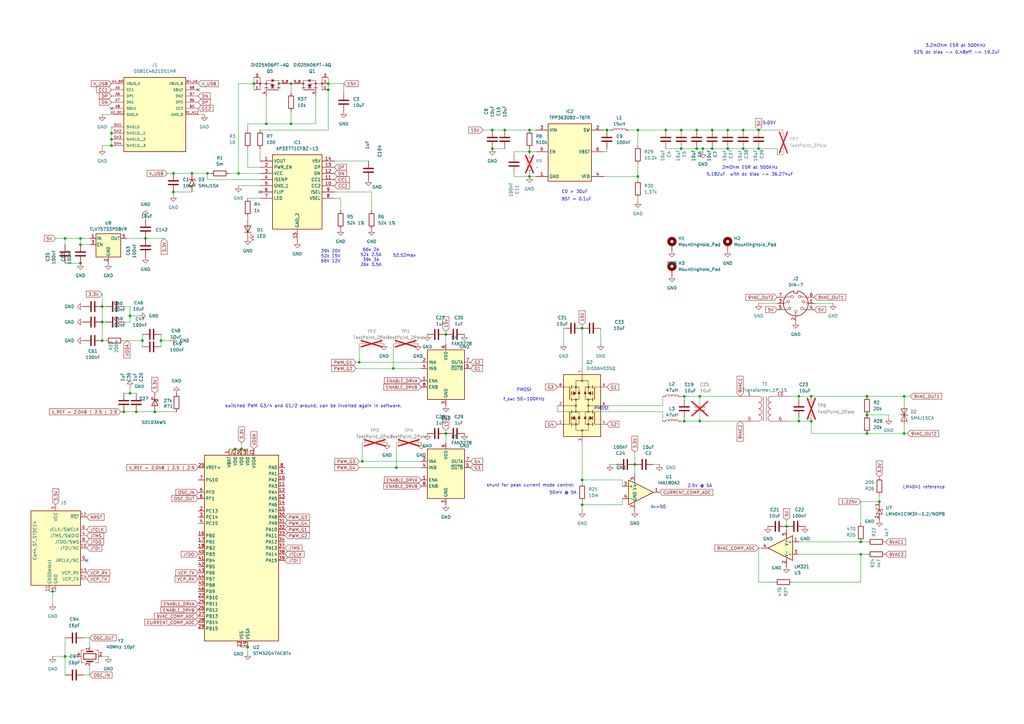
<source format=kicad_sch>
(kicad_sch
	(version 20250114)
	(generator "eeschema")
	(generator_version "9.0")
	(uuid "3c972f41-0cf6-4df5-8102-00aa652b6726")
	(paper "A3")
	
	(text "switched PWM G3/4 and G1/2 around, can be inverted again in software."
		(exclude_from_sim no)
		(at 128.524 166.624 0)
		(effects
			(font
				(size 1.27 1.27)
			)
		)
		(uuid "0e8b58b0-573b-445f-8859-03589f6b4c13")
	)
	(text "52.52max"
		(exclude_from_sim no)
		(at 165.862 104.902 0)
		(effects
			(font
				(size 1.27 1.27)
			)
		)
		(uuid "18e1bcb5-4942-4729-8a38-39d5a8855e62")
	)
	(text "f_sw: 50-100KHz"
		(exclude_from_sim no)
		(at 214.884 163.83 0)
		(effects
			(font
				(size 1.27 1.27)
			)
		)
		(uuid "234528d0-1e10-47ee-b27a-194397580f26")
	)
	(text "C0 > 30uF"
		(exclude_from_sim no)
		(at 235.712 78.74 0)
		(effects
			(font
				(size 1.27 1.27)
			)
		)
		(uuid "39862c9c-c09c-4b15-91fe-688dded6529f")
	)
	(text "2mOhm ESR at 500KHz"
		(exclude_from_sim no)
		(at 307.594 68.834 0)
		(effects
			(font
				(size 1.27 1.27)
			)
		)
		(uuid "51e1654c-827e-4684-9006-cd954eae2f25")
	)
	(text "5.05V"
		(exclude_from_sim no)
		(at 315.468 50.546 0)
		(effects
			(font
				(size 1.27 1.27)
			)
		)
		(uuid "5f160f3f-ac2d-49c9-a3fc-c31efea8403e")
	)
	(text "5.182uF  with dc bias -> 36.274uF"
		(exclude_from_sim no)
		(at 307.594 71.628 0)
		(effects
			(font
				(size 1.27 1.27)
			)
		)
		(uuid "6bb95b7d-18e2-49f0-bbc2-2313eb93db39")
	)
	(text "2.5V @ 5A"
		(exclude_from_sim no)
		(at 287.02 199.39 0)
		(effects
			(font
				(size 1.27 1.27)
			)
		)
		(uuid "806b4fdb-9869-44bf-8c9f-2be4bc2eff6b")
	)
	(text "PMOS!"
		(exclude_from_sim no)
		(at 214.884 160.02 0)
		(effects
			(font
				(size 1.27 1.27)
			)
		)
		(uuid "8133b68a-e2d1-4f5e-87f4-42ae7a9baa61")
	)
	(text "PMOS!"
		(exclude_from_sim no)
		(at 246.634 167.64 0)
		(effects
			(font
				(size 1.27 1.27)
			)
		)
		(uuid "868a4c98-cb9c-4f26-a8d9-50a8a1f8ad13")
	)
	(text "3.2mOhm ESR at 500KHz"
		(exclude_from_sim no)
		(at 391.922 18.796 0)
		(effects
			(font
				(size 1.27 1.27)
			)
		)
		(uuid "942f0fa1-95ce-4cca-b9ce-7354f8577e1d")
	)
	(text "50mV @ 5A"
		(exclude_from_sim no)
		(at 230.886 202.184 0)
		(effects
			(font
				(size 1.27 1.27)
			)
		)
		(uuid "a4b38243-0b55-47ea-8aed-e6b60c0b10eb")
	)
	(text "Av=50"
		(exclude_from_sim no)
		(at 270.002 208.026 0)
		(effects
			(font
				(size 1.27 1.27)
			)
		)
		(uuid "bfb800b4-4e34-4e00-ae5f-d2a96ac238e0")
	)
	(text "52% dc bias -> 0.48eff -> 19.2uF"
		(exclude_from_sim no)
		(at 392.43 21.59 0)
		(effects
			(font
				(size 1.27 1.27)
			)
		)
		(uuid "d935ef20-b823-44b7-bc5f-5563ac11d6f1")
	)
	(text "66k 2A\n52k 2.5A\n39k 3A\n26k 3.5A"
		(exclude_from_sim no)
		(at 152.146 105.664 0)
		(effects
			(font
				(size 1.27 1.27)
			)
		)
		(uuid "d98d8af5-838d-49b2-89e0-78828e67e804")
	)
	(text "shunt for peak current mode control"
		(exclude_from_sim no)
		(at 217.424 199.136 0)
		(effects
			(font
				(size 1.27 1.27)
			)
		)
		(uuid "dc495c54-4fb0-4df9-95a4-480faf46cf4a")
	)
	(text "39k 20V\n52k 15V\n66k 12V"
		(exclude_from_sim no)
		(at 135.636 105.156 0)
		(effects
			(font
				(size 1.27 1.27)
			)
		)
		(uuid "f762216d-93f4-4a5e-9193-004a2d5e5fc5")
	)
	(text "BST = 0.1uF"
		(exclude_from_sim no)
		(at 236.474 81.788 0)
		(effects
			(font
				(size 1.27 1.27)
			)
		)
		(uuid "fb20c05f-0576-4b1e-8b88-c03950a5fb9e")
	)
	(text "LM4041 reference"
		(exclude_from_sim no)
		(at 378.968 199.898 0)
		(effects
			(font
				(size 1.27 1.27)
			)
		)
		(uuid "fb6e896d-f28c-4020-9da6-6ec15bec82b7")
	)
	(junction
		(at 119.38 50.8)
		(diameter 0)
		(color 0 0 0 0)
		(uuid "035d23c0-ad23-4f8c-ae10-1834b4e97699")
	)
	(junction
		(at 260.35 190.5)
		(diameter 0)
		(color 0 0 0 0)
		(uuid "03722880-bef1-454d-b314-15b96251ce1b")
	)
	(junction
		(at 21.59 242.57)
		(diameter 0)
		(color 0 0 0 0)
		(uuid "0f57ed08-4432-415e-a3a9-5672bdd80cc0")
	)
	(junction
		(at 280.67 162.56)
		(diameter 0)
		(color 0 0 0 0)
		(uuid "12ecabfa-d8ef-4780-a317-6a60de8a936a")
	)
	(junction
		(at 355.6 170.18)
		(diameter 0)
		(color 0 0 0 0)
		(uuid "16b84d46-82b7-4566-a38a-75f4cfe4c41d")
	)
	(junction
		(at 78.74 71.12)
		(diameter 0)
		(color 0 0 0 0)
		(uuid "19c81a47-1a6c-4f57-ac22-d5e3fe52c58c")
	)
	(junction
		(at 41.91 132.08)
		(diameter 0)
		(color 0 0 0 0)
		(uuid "1d1d1ab6-764f-42a9-93ad-0184c2ea06f6")
	)
	(junction
		(at 134.62 34.29)
		(diameter 0)
		(color 0 0 0 0)
		(uuid "23eebac0-ac3b-49bd-8fb1-36dc643651d8")
	)
	(junction
		(at 207.01 53.34)
		(diameter 0)
		(color 0 0 0 0)
		(uuid "2c57ee55-c831-46f7-af44-25ea83eeb4d0")
	)
	(junction
		(at 370.84 177.8)
		(diameter 0)
		(color 0 0 0 0)
		(uuid "2f24861c-ef24-458d-967e-bc71a864b0df")
	)
	(junction
		(at 134.62 36.83)
		(diameter 0)
		(color 0 0 0 0)
		(uuid "39ac35b5-d776-4c12-add6-f7941598251b")
	)
	(junction
		(at 355.6 162.56)
		(diameter 0)
		(color 0 0 0 0)
		(uuid "3a24b55c-41d4-4904-9b2b-01460b82eb79")
	)
	(junction
		(at 288.29 60.96)
		(diameter 0)
		(color 0 0 0 0)
		(uuid "40430a42-5211-40e9-9c36-09a906c4edd7")
	)
	(junction
		(at 311.15 53.34)
		(diameter 0)
		(color 0 0 0 0)
		(uuid "425891c6-89ac-45e9-b510-df12f2e1d800")
	)
	(junction
		(at 238.76 207.01)
		(diameter 0)
		(color 0 0 0 0)
		(uuid "430e658b-2771-43d7-84bc-af603779c5f4")
	)
	(junction
		(at 287.02 172.72)
		(diameter 0)
		(color 0 0 0 0)
		(uuid "437fee70-c38f-4212-803c-bc215c919ee0")
	)
	(junction
		(at 55.88 168.91)
		(diameter 0)
		(color 0 0 0 0)
		(uuid "447bde10-6b12-4cba-83d9-6cd9bdf4e762")
	)
	(junction
		(at 327.66 172.72)
		(diameter 0)
		(color 0 0 0 0)
		(uuid "448697a9-4737-44ea-a731-5dcb5d6acb11")
	)
	(junction
		(at 53.34 161.29)
		(diameter 0)
		(color 0 0 0 0)
		(uuid "46834ef6-84ad-4016-90b7-127283a5a136")
	)
	(junction
		(at 353.06 227.33)
		(diameter 0)
		(color 0 0 0 0)
		(uuid "4b49f67d-5afd-48f7-ac1b-41db64b015c6")
	)
	(junction
		(at 322.58 215.9)
		(diameter 0)
		(color 0 0 0 0)
		(uuid "4bbcee71-9414-4dd4-b8fd-68dd0ad17ba6")
	)
	(junction
		(at 59.69 97.79)
		(diameter 0)
		(color 0 0 0 0)
		(uuid "4c067608-37f8-44ab-9f5a-ca05f5ebc20d")
	)
	(junction
		(at 96.52 184.15)
		(diameter 0)
		(color 0 0 0 0)
		(uuid "4dde4f2d-8f05-42d9-bc35-b4091779f89c")
	)
	(junction
		(at 50.8 168.91)
		(diameter 0)
		(color 0 0 0 0)
		(uuid "4e451d9a-88aa-4732-83a2-084f0a9550c2")
	)
	(junction
		(at 279.4 60.96)
		(diameter 0)
		(color 0 0 0 0)
		(uuid "4e5d6310-77cc-4132-bfa8-3821b55c10aa")
	)
	(junction
		(at 104.14 34.29)
		(diameter 0)
		(color 0 0 0 0)
		(uuid "4efa7227-5d01-4225-b631-502d0774e31a")
	)
	(junction
		(at 101.6 265.43)
		(diameter 0)
		(color 0 0 0 0)
		(uuid "59cf2aac-ee56-4e2b-ad9f-feedf4e50f1f")
	)
	(junction
		(at 217.17 72.39)
		(diameter 0)
		(color 0 0 0 0)
		(uuid "660be8d9-fbde-4593-adc2-d4ac456fb172")
	)
	(junction
		(at 182.88 177.8)
		(diameter 0)
		(color 0 0 0 0)
		(uuid "686738d6-263c-4cc2-af57-2f41cb6b5e96")
	)
	(junction
		(at 298.45 53.34)
		(diameter 0)
		(color 0 0 0 0)
		(uuid "69b9bd20-c8e6-4614-b015-68eea0dfcc3a")
	)
	(junction
		(at 148.59 189.23)
		(diameter 0)
		(color 0 0 0 0)
		(uuid "7547cf25-3331-46eb-b9c0-061a835ada61")
	)
	(junction
		(at 332.74 172.72)
		(diameter 0)
		(color 0 0 0 0)
		(uuid "779c0a9c-e570-417e-a20c-da746faebd73")
	)
	(junction
		(at 311.15 60.96)
		(diameter 0)
		(color 0 0 0 0)
		(uuid "79461b3b-2fd1-46b2-8505-3a8fba7111d1")
	)
	(junction
		(at 304.8 53.34)
		(diameter 0)
		(color 0 0 0 0)
		(uuid "82bd5e2c-5b27-4c7d-8e77-4a3558f8c3bc")
	)
	(junction
		(at 99.06 184.15)
		(diameter 0)
		(color 0 0 0 0)
		(uuid "8d0a07f2-4018-45ac-a679-36dec95b38a3")
	)
	(junction
		(at 273.05 53.34)
		(diameter 0)
		(color 0 0 0 0)
		(uuid "8e7702ab-d341-4571-ac3c-3edf6226b2af")
	)
	(junction
		(at 119.38 34.29)
		(diameter 0)
		(color 0 0 0 0)
		(uuid "90b25ef5-402d-4f87-9f7c-9c2c48a20c65")
	)
	(junction
		(at 41.91 139.7)
		(diameter 0)
		(color 0 0 0 0)
		(uuid "98dca95e-f53f-48cc-ad8a-e0a0c66d3acb")
	)
	(junction
		(at 248.92 53.34)
		(diameter 0)
		(color 0 0 0 0)
		(uuid "99a62664-7465-41c7-99ab-c5e091af9817")
	)
	(junction
		(at 109.22 50.8)
		(diameter 0)
		(color 0 0 0 0)
		(uuid "9baf3492-f6ff-4e00-bfbb-98363ebc4cf5")
	)
	(junction
		(at 285.75 60.96)
		(diameter 0)
		(color 0 0 0 0)
		(uuid "a0d9a766-4f84-498f-b0f9-f8505ac4e4fb")
	)
	(junction
		(at 279.4 53.34)
		(diameter 0)
		(color 0 0 0 0)
		(uuid "a1b5120c-0b25-4352-bf0d-3a74c444e699")
	)
	(junction
		(at 201.93 53.34)
		(diameter 0)
		(color 0 0 0 0)
		(uuid "a1badd01-3b21-4085-999c-fb140d7e2bc4")
	)
	(junction
		(at 45.72 57.15)
		(diameter 0)
		(color 0 0 0 0)
		(uuid "a20f672a-41b0-441f-a36c-49bd442edd52")
	)
	(junction
		(at 97.79 71.12)
		(diameter 0)
		(color 0 0 0 0)
		(uuid "a24f1ce0-6da9-45cb-8232-16013191cfbe")
	)
	(junction
		(at 261.62 53.34)
		(diameter 0)
		(color 0 0 0 0)
		(uuid "a4a10ab1-ef3e-452f-9faa-3ba50cc54d8c")
	)
	(junction
		(at 182.88 137.16)
		(diameter 0)
		(color 0 0 0 0)
		(uuid "a52e8ee6-e110-4e91-a730-eda801763dcc")
	)
	(junction
		(at 370.84 162.56)
		(diameter 0)
		(color 0 0 0 0)
		(uuid "ab135de8-ae42-4a02-b908-b0b29e2ecb47")
	)
	(junction
		(at 360.68 205.74)
		(diameter 0)
		(color 0 0 0 0)
		(uuid "ae5846b7-3edf-4c22-a343-36acb92515fd")
	)
	(junction
		(at 292.1 53.34)
		(diameter 0)
		(color 0 0 0 0)
		(uuid "b229ef49-11d8-48e3-9487-2835c6a11988")
	)
	(junction
		(at 45.72 59.69)
		(diameter 0)
		(color 0 0 0 0)
		(uuid "b3b2ceb0-a804-4660-89c8-276053d3f327")
	)
	(junction
		(at 33.02 100.33)
		(diameter 0)
		(color 0 0 0 0)
		(uuid "b3fc8180-d4c3-4854-9b33-443d5f21a5b8")
	)
	(junction
		(at 71.12 78.74)
		(diameter 0)
		(color 0 0 0 0)
		(uuid "b4187b28-45d5-4380-830b-b7080619ee64")
	)
	(junction
		(at 162.56 191.77)
		(diameter 0)
		(color 0 0 0 0)
		(uuid "b4bed920-4979-4c95-90d7-26de0c4a9974")
	)
	(junction
		(at 26.67 97.79)
		(diameter 0)
		(color 0 0 0 0)
		(uuid "b781b2d6-a895-4afd-8dfb-9fe1df7a9e7e")
	)
	(junction
		(at 287.02 162.56)
		(diameter 0)
		(color 0 0 0 0)
		(uuid "ba72b139-177c-4060-a3f6-eb10cb279832")
	)
	(junction
		(at 261.62 72.39)
		(diameter 0)
		(color 0 0 0 0)
		(uuid "babcfd71-e5b4-452c-90b1-4a4ae3e64a67")
	)
	(junction
		(at 26.67 269.24)
		(diameter 0)
		(color 0 0 0 0)
		(uuid "baf1dd0a-e36a-4b34-8020-93a3499e9ae2")
	)
	(junction
		(at 66.04 139.7)
		(diameter 0)
		(color 0 0 0 0)
		(uuid "bd464eec-7965-424c-afe4-193343d590dd")
	)
	(junction
		(at 217.17 53.34)
		(diameter 0)
		(color 0 0 0 0)
		(uuid "c421e81e-c524-48f2-be23-feeb267f1ee9")
	)
	(junction
		(at 58.42 139.7)
		(diameter 0)
		(color 0 0 0 0)
		(uuid "c4c980d0-e835-429d-b9a7-ad4b1b1960b3")
	)
	(junction
		(at 238.76 196.85)
		(diameter 0)
		(color 0 0 0 0)
		(uuid "c54bf8ea-f73b-4066-af45-96e59fd5121c")
	)
	(junction
		(at 292.1 60.96)
		(diameter 0)
		(color 0 0 0 0)
		(uuid "c5c633f9-8733-4d1e-96cb-70f558a6a5b7")
	)
	(junction
		(at 147.32 148.59)
		(diameter 0)
		(color 0 0 0 0)
		(uuid "c6173f5a-6721-4bc9-aff2-3c332520b4cd")
	)
	(junction
		(at 53.34 129.54)
		(diameter 0)
		(color 0 0 0 0)
		(uuid "c9009699-8921-4df5-9901-d6b1535b0221")
	)
	(junction
		(at 33.02 107.95)
		(diameter 0)
		(color 0 0 0 0)
		(uuid "c960621b-0d85-4761-8667-7429bf0a837c")
	)
	(junction
		(at 353.06 222.25)
		(diameter 0)
		(color 0 0 0 0)
		(uuid "cb963968-7093-4ecd-b0df-45e3c7e58b72")
	)
	(junction
		(at 332.74 162.56)
		(diameter 0)
		(color 0 0 0 0)
		(uuid "ce6d93e5-9943-4980-ad22-3cc495b0bb50")
	)
	(junction
		(at 327.66 162.56)
		(diameter 0)
		(color 0 0 0 0)
		(uuid "cfad84f8-a703-49b8-b9de-781927faa0d7")
	)
	(junction
		(at 298.45 60.96)
		(diameter 0)
		(color 0 0 0 0)
		(uuid "d5e8410c-2d0c-4a23-8f26-7cc77885cc9e")
	)
	(junction
		(at 71.12 71.12)
		(diameter 0)
		(color 0 0 0 0)
		(uuid "d95144ca-421e-42cd-8947-2c52c0d9a089")
	)
	(junction
		(at 238.76 134.62)
		(diameter 0)
		(color 0 0 0 0)
		(uuid "da245d33-fa1d-4148-9c83-7bd2bf9176ed")
	)
	(junction
		(at 201.93 60.96)
		(diameter 0)
		(color 0 0 0 0)
		(uuid "da864505-be2b-4611-85a0-6ab34dbe874a")
	)
	(junction
		(at 280.67 172.72)
		(diameter 0)
		(color 0 0 0 0)
		(uuid "dae54668-d2ac-43ed-979a-712aa9c0200d")
	)
	(junction
		(at 285.75 53.34)
		(diameter 0)
		(color 0 0 0 0)
		(uuid "dbd43649-9713-4a89-ad92-9b89637c7944")
	)
	(junction
		(at 45.72 54.61)
		(diameter 0)
		(color 0 0 0 0)
		(uuid "dda0f77d-1fc8-4c3c-8b60-ad9e2c30de79")
	)
	(junction
		(at 33.02 97.79)
		(diameter 0)
		(color 0 0 0 0)
		(uuid "dec2d450-c4d4-4a7e-b7d4-d457d015959b")
	)
	(junction
		(at 304.8 60.96)
		(diameter 0)
		(color 0 0 0 0)
		(uuid "e2087509-e685-4f50-bb68-ef7d1201b605")
	)
	(junction
		(at 63.5 168.91)
		(diameter 0)
		(color 0 0 0 0)
		(uuid "e235faec-6dca-4529-811b-654a13c5487d")
	)
	(junction
		(at 161.29 151.13)
		(diameter 0)
		(color 0 0 0 0)
		(uuid "eab2d6a9-1bc3-450d-b83a-3a4c5c6be614")
	)
	(junction
		(at 41.91 125.73)
		(diameter 0)
		(color 0 0 0 0)
		(uuid "ed1f93df-0488-4b4c-81e6-fd274be5c5e5")
	)
	(junction
		(at 217.17 62.23)
		(diameter 0)
		(color 0 0 0 0)
		(uuid "f4e6196c-323d-43fb-9cec-02b47074cdfa")
	)
	(junction
		(at 85.09 71.12)
		(diameter 0)
		(color 0 0 0 0)
		(uuid "fcb45f81-78a4-4b0f-938b-0a8effd429c2")
	)
	(junction
		(at 355.6 177.8)
		(diameter 0)
		(color 0 0 0 0)
		(uuid "ffa710d9-ea4d-40b2-a998-71a781d6df34")
	)
	(no_connect
		(at 35.56 229.87)
		(uuid "6eb24b60-2160-407a-abf0-228fa53b905f")
	)
	(no_connect
		(at 81.28 36.83)
		(uuid "a0dd31af-2bb8-4b09-9320-df59e89635d5")
	)
	(no_connect
		(at 106.68 78.74)
		(uuid "b67b68a5-047f-4c81-b975-ae4a6ee895d4")
	)
	(no_connect
		(at 45.72 44.45)
		(uuid "befb5081-9840-4f4f-8320-868555d91052")
	)
	(wire
		(pts
			(xy 146.05 148.59) (xy 147.32 148.59)
		)
		(stroke
			(width 0)
			(type default)
		)
		(uuid "05446da5-6aa8-4c7f-ac2a-3c60a1ef50b1")
	)
	(wire
		(pts
			(xy 271.78 166.37) (xy 271.78 162.56)
		)
		(stroke
			(width 0)
			(type default)
		)
		(uuid "05babd3e-108b-4f6c-9036-e0609b1abf04")
	)
	(wire
		(pts
			(xy 246.38 134.62) (xy 246.38 140.97)
		)
		(stroke
			(width 0)
			(type default)
		)
		(uuid "05e52c13-4fbb-40bf-bd77-0cf2ca6c531b")
	)
	(wire
		(pts
			(xy 279.4 162.56) (xy 280.67 162.56)
		)
		(stroke
			(width 0)
			(type default)
		)
		(uuid "0d4ed506-56dc-4198-a8b7-557a36e4a007")
	)
	(wire
		(pts
			(xy 353.06 238.76) (xy 353.06 227.33)
		)
		(stroke
			(width 0)
			(type default)
		)
		(uuid "0d75c7ff-dd83-4cf8-bf21-d6b74bf01b87")
	)
	(wire
		(pts
			(xy 162.56 191.77) (xy 172.72 191.77)
		)
		(stroke
			(width 0)
			(type default)
		)
		(uuid "0d91c39c-2f98-4de3-b1e6-5c6ca3db6130")
	)
	(wire
		(pts
			(xy 109.22 50.8) (xy 119.38 50.8)
		)
		(stroke
			(width 0)
			(type default)
		)
		(uuid "110c79b8-f077-45d8-8acd-555bcdb25eea")
	)
	(wire
		(pts
			(xy 101.6 53.34) (xy 101.6 50.8)
		)
		(stroke
			(width 0)
			(type default)
		)
		(uuid "11183ea6-bb9b-4ba5-8730-1752ce5ed817")
	)
	(wire
		(pts
			(xy 148.59 189.23) (xy 172.72 189.23)
		)
		(stroke
			(width 0)
			(type default)
		)
		(uuid "13d7fb4e-66df-4043-bc50-aa1c9684cef7")
	)
	(wire
		(pts
			(xy 41.91 46.99) (xy 45.72 46.99)
		)
		(stroke
			(width 0)
			(type default)
		)
		(uuid "14728dd0-b0ee-4fba-8eb8-d89f901ab49c")
	)
	(wire
		(pts
			(xy 355.6 170.18) (xy 364.49 170.18)
		)
		(stroke
			(width 0)
			(type default)
		)
		(uuid "14de9336-966d-417e-ab3b-395b0e707e35")
	)
	(wire
		(pts
			(xy 119.38 45.72) (xy 119.38 50.8)
		)
		(stroke
			(width 0)
			(type default)
		)
		(uuid "159ad255-0f5e-4596-bcef-52feb951c9c0")
	)
	(wire
		(pts
			(xy 41.91 132.08) (xy 41.91 139.7)
		)
		(stroke
			(width 0)
			(type default)
		)
		(uuid "15bb2db6-ebc2-42c0-a83d-4f2cacb0dcda")
	)
	(wire
		(pts
			(xy 182.88 135.89) (xy 182.88 137.16)
		)
		(stroke
			(width 0)
			(type default)
		)
		(uuid "161157e8-f0a3-4667-9084-09734d850cc0")
	)
	(wire
		(pts
			(xy 201.93 60.96) (xy 207.01 60.96)
		)
		(stroke
			(width 0)
			(type default)
		)
		(uuid "16f3a8f2-d5ef-410c-8860-ec5b835f58fe")
	)
	(wire
		(pts
			(xy 353.06 205.74) (xy 353.06 214.63)
		)
		(stroke
			(width 0)
			(type default)
		)
		(uuid "179fdb5c-89e9-4bed-bc07-533f4717ef95")
	)
	(wire
		(pts
			(xy 238.76 134.62) (xy 238.76 151.13)
		)
		(stroke
			(width 0)
			(type default)
		)
		(uuid "18f68d82-13b3-4b29-8e4b-47e0cb762ca9")
	)
	(wire
		(pts
			(xy 119.38 34.29) (xy 119.38 38.1)
		)
		(stroke
			(width 0)
			(type default)
		)
		(uuid "190d5523-d15a-4a16-955d-a22f20e2a2d7")
	)
	(wire
		(pts
			(xy 97.79 34.29) (xy 97.79 71.12)
		)
		(stroke
			(width 0)
			(type default)
		)
		(uuid "1a673e07-e46a-461c-9222-d8be826da6ea")
	)
	(wire
		(pts
			(xy 210.82 63.5) (xy 210.82 62.23)
		)
		(stroke
			(width 0)
			(type default)
		)
		(uuid "1ac04d22-c8ef-410c-b1c2-c68dc526e6df")
	)
	(wire
		(pts
			(xy 280.67 162.56) (xy 280.67 163.83)
		)
		(stroke
			(width 0)
			(type default)
		)
		(uuid "1d01092a-833a-408b-962b-a5061fc06af1")
	)
	(wire
		(pts
			(xy 323.85 162.56) (xy 327.66 162.56)
		)
		(stroke
			(width 0)
			(type default)
		)
		(uuid "1d6c11e1-5056-4f23-96e3-dad1044f39a0")
	)
	(wire
		(pts
			(xy 96.52 184.15) (xy 93.98 184.15)
		)
		(stroke
			(width 0)
			(type default)
		)
		(uuid "1dd7436d-aa36-4d78-ac08-87c9bceadf8d")
	)
	(wire
		(pts
			(xy 327.66 222.25) (xy 353.06 222.25)
		)
		(stroke
			(width 0)
			(type default)
		)
		(uuid "1e9f00ab-1d28-433c-8c75-17bd95acc098")
	)
	(wire
		(pts
			(xy 66.04 139.7) (xy 69.85 139.7)
		)
		(stroke
			(width 0)
			(type default)
		)
		(uuid "1f8f6781-b0d9-4366-9290-a1d8cc1e47fd")
	)
	(wire
		(pts
			(xy 370.84 173.99) (xy 370.84 177.8)
		)
		(stroke
			(width 0)
			(type default)
		)
		(uuid "1f9394db-e46f-44a3-bd36-1dd3ba8a323d")
	)
	(wire
		(pts
			(xy 49.53 168.91) (xy 50.8 168.91)
		)
		(stroke
			(width 0)
			(type default)
		)
		(uuid "1fe82f60-84bc-4689-a0fb-6b45783591d2")
	)
	(wire
		(pts
			(xy 370.84 162.56) (xy 373.38 162.56)
		)
		(stroke
			(width 0)
			(type default)
		)
		(uuid "20b3c9a8-dc2d-4a43-bd21-77d9d26a4dd2")
	)
	(wire
		(pts
			(xy 311.15 238.76) (xy 317.5 238.76)
		)
		(stroke
			(width 0)
			(type default)
		)
		(uuid "21c86f3f-9513-42ac-b72c-1c636cebcc7a")
	)
	(wire
		(pts
			(xy 33.02 97.79) (xy 36.83 97.79)
		)
		(stroke
			(width 0)
			(type default)
		)
		(uuid "21f12306-a8fd-4c89-bcd8-7858b3ec6544")
	)
	(wire
		(pts
			(xy 292.1 53.34) (xy 298.45 53.34)
		)
		(stroke
			(width 0)
			(type default)
		)
		(uuid "245efbff-ae45-41b7-89ca-449ded9d29f1")
	)
	(wire
		(pts
			(xy 261.62 82.55) (xy 261.62 81.28)
		)
		(stroke
			(width 0)
			(type default)
		)
		(uuid "269cc68d-b4b8-49c4-82eb-88cbf3ba238f")
	)
	(wire
		(pts
			(xy 50.8 132.08) (xy 53.34 132.08)
		)
		(stroke
			(width 0)
			(type default)
		)
		(uuid "273c0758-793e-4ca5-a285-026cccfd791c")
	)
	(wire
		(pts
			(xy 311.15 53.34) (xy 321.31 53.34)
		)
		(stroke
			(width 0)
			(type default)
		)
		(uuid "27a10e10-ee17-461b-984d-8eeb7e12f176")
	)
	(wire
		(pts
			(xy 53.34 129.54) (xy 53.34 125.73)
		)
		(stroke
			(width 0)
			(type default)
		)
		(uuid "285ef9fb-673d-4f25-888d-9d010c49d13d")
	)
	(wire
		(pts
			(xy 148.59 181.61) (xy 148.59 189.23)
		)
		(stroke
			(width 0)
			(type default)
		)
		(uuid "2af301b0-7a1c-4118-ab47-4f1c494da249")
	)
	(wire
		(pts
			(xy 217.17 60.96) (xy 217.17 62.23)
		)
		(stroke
			(width 0)
			(type default)
		)
		(uuid "2d3b3d94-37fb-4f4a-b572-5e4b9665685a")
	)
	(wire
		(pts
			(xy 288.29 60.96) (xy 288.29 62.23)
		)
		(stroke
			(width 0)
			(type default)
		)
		(uuid "2ed70c1d-31e4-4cd7-abf2-2c5a8c05d91a")
	)
	(wire
		(pts
			(xy 161.29 140.97) (xy 161.29 151.13)
		)
		(stroke
			(width 0)
			(type default)
		)
		(uuid "2f22510e-6c23-4189-bf3d-e8f4dd209de3")
	)
	(wire
		(pts
			(xy 36.83 276.86) (xy 34.29 276.86)
		)
		(stroke
			(width 0)
			(type default)
		)
		(uuid "2f4367f0-0f53-4309-abf1-7b5219bd4fd8")
	)
	(wire
		(pts
			(xy 106.68 73.66) (xy 85.09 73.66)
		)
		(stroke
			(width 0)
			(type default)
		)
		(uuid "2f9095be-5378-4b4d-b47c-dafc25d431ce")
	)
	(wire
		(pts
			(xy 106.68 60.96) (xy 106.68 66.04)
		)
		(stroke
			(width 0)
			(type default)
		)
		(uuid "309978db-4acb-41c4-9b83-cfebd738bee2")
	)
	(wire
		(pts
			(xy 21.59 242.57) (xy 21.59 247.65)
		)
		(stroke
			(width 0)
			(type default)
		)
		(uuid "3653ece6-269d-49a6-b101-19555ce0fbf3")
	)
	(wire
		(pts
			(xy 355.6 162.56) (xy 370.84 162.56)
		)
		(stroke
			(width 0)
			(type default)
		)
		(uuid "365d31d9-2bde-4c68-bb66-e06e70797400")
	)
	(wire
		(pts
			(xy 85.09 73.66) (xy 85.09 71.12)
		)
		(stroke
			(width 0)
			(type default)
		)
		(uuid "380b46d3-90a5-4b76-aa8d-760262b35119")
	)
	(wire
		(pts
			(xy 68.58 71.12) (xy 71.12 71.12)
		)
		(stroke
			(width 0)
			(type default)
		)
		(uuid "391de27f-e6d5-4929-8067-d8722fe6a6ca")
	)
	(wire
		(pts
			(xy 66.04 137.16) (xy 66.04 139.7)
		)
		(stroke
			(width 0)
			(type default)
		)
		(uuid "3b0e183c-3122-4603-a6c7-ef8ea0c02d2d")
	)
	(wire
		(pts
			(xy 353.06 205.74) (xy 360.68 205.74)
		)
		(stroke
			(width 0)
			(type default)
		)
		(uuid "3c26f7d6-4f1f-44cd-9623-87edb058aaba")
	)
	(wire
		(pts
			(xy 327.66 162.56) (xy 332.74 162.56)
		)
		(stroke
			(width 0)
			(type default)
		)
		(uuid "3cfef8c0-5d98-4179-a63d-738200d24946")
	)
	(wire
		(pts
			(xy 59.69 90.17) (xy 59.69 88.9)
		)
		(stroke
			(width 0)
			(type default)
		)
		(uuid "3d1d1861-938b-4e9f-942e-f52d82b90f99")
	)
	(wire
		(pts
			(xy 26.67 269.24) (xy 31.75 269.24)
		)
		(stroke
			(width 0)
			(type default)
		)
		(uuid "3df8e84b-97ab-4d1d-bb6a-8fdaecc4f983")
	)
	(wire
		(pts
			(xy 292.1 60.96) (xy 298.45 60.96)
		)
		(stroke
			(width 0)
			(type default)
		)
		(uuid "3e104683-6826-4423-b704-495c1e90b955")
	)
	(wire
		(pts
			(xy 137.16 66.04) (xy 151.13 66.04)
		)
		(stroke
			(width 0)
			(type default)
		)
		(uuid "3fb0f07e-0bd7-4748-ba77-4e3374a4eee6")
	)
	(wire
		(pts
			(xy 327.66 162.56) (xy 327.66 163.83)
		)
		(stroke
			(width 0)
			(type default)
		)
		(uuid "409037cd-10be-45ac-8a6a-e8d2e8a4a00d")
	)
	(wire
		(pts
			(xy 152.4 78.74) (xy 152.4 86.36)
		)
		(stroke
			(width 0)
			(type default)
		)
		(uuid "42b426a9-3a61-462b-b8a7-e63a2a3529cd")
	)
	(wire
		(pts
			(xy 231.14 134.62) (xy 231.14 140.97)
		)
		(stroke
			(width 0)
			(type default)
		)
		(uuid "42f85a7b-7694-4275-86a1-699b6978a475")
	)
	(wire
		(pts
			(xy 260.35 190.5) (xy 260.35 194.31)
		)
		(stroke
			(width 0)
			(type default)
		)
		(uuid "435f8fea-8c3d-4699-adb6-5f3e90ae0f01")
	)
	(wire
		(pts
			(xy 273.05 60.96) (xy 279.4 60.96)
		)
		(stroke
			(width 0)
			(type default)
		)
		(uuid "43c3d6e6-5bc5-4417-aae5-c091e276e617")
	)
	(wire
		(pts
			(xy 101.6 68.58) (xy 101.6 60.96)
		)
		(stroke
			(width 0)
			(type default)
		)
		(uuid "43def9df-c0fc-4bd0-9846-26f0277d2288")
	)
	(wire
		(pts
			(xy 238.76 198.12) (xy 238.76 196.85)
		)
		(stroke
			(width 0)
			(type default)
		)
		(uuid "44b9a11f-d33c-48d7-9e99-fe0422aae235")
	)
	(wire
		(pts
			(xy 53.34 125.73) (xy 50.8 125.73)
		)
		(stroke
			(width 0)
			(type default)
		)
		(uuid "47cffc84-7629-4f37-b6dd-a646430480cb")
	)
	(wire
		(pts
			(xy 285.75 60.96) (xy 288.29 60.96)
		)
		(stroke
			(width 0)
			(type default)
		)
		(uuid "487e1bd6-7d8c-4dbd-85e4-14e8c00b748f")
	)
	(wire
		(pts
			(xy 287.02 172.72) (xy 303.53 172.72)
		)
		(stroke
			(width 0)
			(type default)
		)
		(uuid "48f7bf94-60b9-4d93-8eda-e822c9748462")
	)
	(wire
		(pts
			(xy 45.72 59.69) (xy 41.91 59.69)
		)
		(stroke
			(width 0)
			(type default)
		)
		(uuid "4b606363-9721-4cf7-a941-be0edd785f91")
	)
	(wire
		(pts
			(xy 332.74 177.8) (xy 332.74 172.72)
		)
		(stroke
			(width 0)
			(type default)
		)
		(uuid "4b720ebf-ab32-4b06-8dcf-a827248916d5")
	)
	(wire
		(pts
			(xy 101.6 88.9) (xy 101.6 90.17)
		)
		(stroke
			(width 0)
			(type default)
		)
		(uuid "4c0a5d3a-83f0-43e7-986d-ce571106ba15")
	)
	(wire
		(pts
			(xy 58.42 139.7) (xy 58.42 137.16)
		)
		(stroke
			(width 0)
			(type default)
		)
		(uuid "4c7a196c-7485-4913-a900-49784e56b6ab")
	)
	(wire
		(pts
			(xy 20.32 242.57) (xy 21.59 242.57)
		)
		(stroke
			(width 0)
			(type default)
		)
		(uuid "4ffa2fd2-4089-4d63-b4e4-139ad86d6b1c")
	)
	(wire
		(pts
			(xy 134.62 34.29) (xy 140.97 34.29)
		)
		(stroke
			(width 0)
			(type default)
		)
		(uuid "516f06d2-7d16-4eb3-abb7-32ce6408ec07")
	)
	(wire
		(pts
			(xy 71.12 71.12) (xy 78.74 71.12)
		)
		(stroke
			(width 0)
			(type default)
		)
		(uuid "52f44a92-512a-49d7-8387-0e030f3bae79")
	)
	(wire
		(pts
			(xy 182.88 137.16) (xy 182.88 140.97)
		)
		(stroke
			(width 0)
			(type default)
		)
		(uuid "5358b258-12c3-4258-b05b-58b611a4f7d2")
	)
	(wire
		(pts
			(xy 41.91 125.73) (xy 43.18 125.73)
		)
		(stroke
			(width 0)
			(type default)
		)
		(uuid "54c88f64-01a3-4202-9d6a-087e499688d3")
	)
	(wire
		(pts
			(xy 129.54 39.37) (xy 129.54 50.8)
		)
		(stroke
			(width 0)
			(type default)
		)
		(uuid "56e2e5da-5973-49e3-aa5f-e13ed5c34f9c")
	)
	(wire
		(pts
			(xy 271.78 172.72) (xy 271.78 168.91)
		)
		(stroke
			(width 0)
			(type default)
		)
		(uuid "57922330-19cc-46bc-bc65-9fd5bf9bf016")
	)
	(wire
		(pts
			(xy 137.16 78.74) (xy 152.4 78.74)
		)
		(stroke
			(width 0)
			(type default)
		)
		(uuid "583f600d-b4fa-43ce-8aa9-96e49bb229eb")
	)
	(wire
		(pts
			(xy 101.6 50.8) (xy 109.22 50.8)
		)
		(stroke
			(width 0)
			(type default)
		)
		(uuid "59ceb8a6-1daa-4541-90ff-20c6752b10be")
	)
	(wire
		(pts
			(xy 304.8 60.96) (xy 311.15 60.96)
		)
		(stroke
			(width 0)
			(type default)
		)
		(uuid "5a809a2a-3cc3-4e23-b87b-a3ed72338c0d")
	)
	(wire
		(pts
			(xy 210.82 71.12) (xy 210.82 72.39)
		)
		(stroke
			(width 0)
			(type default)
		)
		(uuid "5b589f95-6dd6-4598-9b90-6558533dc4d1")
	)
	(wire
		(pts
			(xy 248.92 166.37) (xy 271.78 166.37)
		)
		(stroke
			(width 0)
			(type default)
		)
		(uuid "5b7abd61-051f-4f69-92ee-0f7392c4489f")
	)
	(wire
		(pts
			(xy 250.19 190.5) (xy 252.73 190.5)
		)
		(stroke
			(width 0)
			(type default)
		)
		(uuid "5f2e953b-e784-4f89-a9f9-41a26a5c5eaa")
	)
	(wire
		(pts
			(xy 280.67 172.72) (xy 287.02 172.72)
		)
		(stroke
			(width 0)
			(type default)
		)
		(uuid "6059cc56-0607-42c2-a857-a87568155779")
	)
	(wire
		(pts
			(xy 33.02 100.33) (xy 36.83 100.33)
		)
		(stroke
			(width 0)
			(type default)
		)
		(uuid "617de3ac-a32c-42d4-82e7-e35d6ad53ba3")
	)
	(wire
		(pts
			(xy 99.06 184.15) (xy 96.52 184.15)
		)
		(stroke
			(width 0)
			(type default)
		)
		(uuid "63317604-84d8-4889-af90-831f52c81e59")
	)
	(wire
		(pts
			(xy 370.84 162.56) (xy 370.84 166.37)
		)
		(stroke
			(width 0)
			(type default)
		)
		(uuid "633e60b1-fea2-4055-9a0b-3465c196f8f0")
	)
	(wire
		(pts
			(xy 279.4 60.96) (xy 285.75 60.96)
		)
		(stroke
			(width 0)
			(type default)
		)
		(uuid "65121dd7-3668-4c7a-af70-3c4f7a483608")
	)
	(wire
		(pts
			(xy 318.77 63.5) (xy 318.77 60.96)
		)
		(stroke
			(width 0)
			(type default)
		)
		(uuid "65d079ec-2d46-4a28-ab2d-6d6cae73a124")
	)
	(wire
		(pts
			(xy 360.68 203.2) (xy 360.68 205.74)
		)
		(stroke
			(width 0)
			(type default)
		)
		(uuid "665963d2-4d02-4ee5-b452-31b1191c28cb")
	)
	(wire
		(pts
			(xy 323.85 172.72) (xy 327.66 172.72)
		)
		(stroke
			(width 0)
			(type default)
		)
		(uuid "678dcae1-c3a9-4c2d-b9b7-28fcaeaa289d")
	)
	(wire
		(pts
			(xy 134.62 53.34) (xy 134.62 36.83)
		)
		(stroke
			(width 0)
			(type default)
		)
		(uuid "68def574-da39-4d78-94c9-dabc8c3aabe9")
	)
	(wire
		(pts
			(xy 106.68 53.34) (xy 134.62 53.34)
		)
		(stroke
			(width 0)
			(type default)
		)
		(uuid "692be308-6b68-4705-acce-e022e648d347")
	)
	(wire
		(pts
			(xy 255.27 196.85) (xy 255.27 199.39)
		)
		(stroke
			(width 0)
			(type default)
		)
		(uuid "6adfb438-bfe3-4217-b989-76cfacfafc20")
	)
	(wire
		(pts
			(xy 280.67 162.56) (xy 287.02 162.56)
		)
		(stroke
			(width 0)
			(type default)
		)
		(uuid "6cbf915d-36b9-41de-ba96-94eb8fed6a96")
	)
	(wire
		(pts
			(xy 63.5 168.91) (xy 55.88 168.91)
		)
		(stroke
			(width 0)
			(type default)
		)
		(uuid "6e1d0b65-2147-40a7-ac62-ce0bc8d6ebf4")
	)
	(wire
		(pts
			(xy 83.82 46.99) (xy 81.28 46.99)
		)
		(stroke
			(width 0)
			(type default)
		)
		(uuid "6edd58bb-69da-4d51-b714-cbc4bb70498d")
	)
	(wire
		(pts
			(xy 318.77 60.96) (xy 311.15 60.96)
		)
		(stroke
			(width 0)
			(type default)
		)
		(uuid "6ee202f1-a05d-4c66-a94c-9def6095e2b8")
	)
	(wire
		(pts
			(xy 41.91 59.69) (xy 41.91 60.96)
		)
		(stroke
			(width 0)
			(type default)
		)
		(uuid "718d1832-c990-418e-8b6e-0b86aa284f22")
	)
	(wire
		(pts
			(xy 311.15 238.76) (xy 311.15 224.79)
		)
		(stroke
			(width 0)
			(type default)
		)
		(uuid "71c64c4f-ff22-449a-98fd-8780c0a4d18a")
	)
	(wire
		(pts
			(xy 45.72 57.15) (xy 45.72 59.69)
		)
		(stroke
			(width 0)
			(type default)
		)
		(uuid "73fa565e-45cc-4154-9a7d-2e624c839a86")
	)
	(wire
		(pts
			(xy 311.15 224.79) (xy 312.42 224.79)
		)
		(stroke
			(width 0)
			(type default)
		)
		(uuid "7413dd55-2d7e-4516-8c24-61cc71763307")
	)
	(wire
		(pts
			(xy 248.92 60.96) (xy 248.92 62.23)
		)
		(stroke
			(width 0)
			(type default)
		)
		(uuid "753269bd-533c-4de7-a2d7-ed2af958e6ce")
	)
	(wire
		(pts
			(xy 238.76 207.01) (xy 255.27 207.01)
		)
		(stroke
			(width 0)
			(type default)
		)
		(uuid "75dc482e-4309-4390-874f-79dcaead30bd")
	)
	(wire
		(pts
			(xy 238.76 196.85) (xy 255.27 196.85)
		)
		(stroke
			(width 0)
			(type default)
		)
		(uuid "77096e99-d99c-4130-b46d-949156a115df")
	)
	(wire
		(pts
			(xy 53.34 158.75) (xy 53.34 161.29)
		)
		(stroke
			(width 0)
			(type default)
		)
		(uuid "7844a93c-f22d-4138-9024-73f44cd49f18")
	)
	(wire
		(pts
			(xy 322.58 213.36) (xy 322.58 215.9)
		)
		(stroke
			(width 0)
			(type default)
		)
		(uuid "78a5d0c4-5c80-4ee7-b13b-56a181468e52")
	)
	(wire
		(pts
			(xy 238.76 133.35) (xy 238.76 134.62)
		)
		(stroke
			(width 0)
			(type default)
		)
		(uuid "78ca85cc-6c58-42a5-9929-d74b31717963")
	)
	(wire
		(pts
			(xy 50.8 139.7) (xy 58.42 139.7)
		)
		(stroke
			(width 0)
			(type default)
		)
		(uuid "7a551672-6c95-4028-847f-a53bb00d8918")
	)
	(wire
		(pts
			(xy 71.12 80.01) (xy 71.12 78.74)
		)
		(stroke
			(width 0)
			(type default)
		)
		(uuid "7a9cf3c3-4aca-40de-9d77-a402ac3a1182")
	)
	(wire
		(pts
			(xy 288.29 60.96) (xy 292.1 60.96)
		)
		(stroke
			(width 0)
			(type default)
		)
		(uuid "7b1168b0-2474-4376-8595-9b0b6cc53d7d")
	)
	(wire
		(pts
			(xy 104.14 31.75) (xy 104.14 34.29)
		)
		(stroke
			(width 0)
			(type default)
		)
		(uuid "7b3d96f2-1478-41ab-840a-6f9f3fbfd41a")
	)
	(wire
		(pts
			(xy 287.02 162.56) (xy 287.02 163.83)
		)
		(stroke
			(width 0)
			(type default)
		)
		(uuid "7c030e12-f402-4cef-9273-1eea131a2630")
	)
	(wire
		(pts
			(xy 33.02 97.79) (xy 33.02 100.33)
		)
		(stroke
			(width 0)
			(type default)
		)
		(uuid "7c2ecb9f-862e-49fb-92bf-00f55e8fcaf2")
	)
	(wire
		(pts
			(xy 198.12 53.34) (xy 201.93 53.34)
		)
		(stroke
			(width 0)
			(type default)
		)
		(uuid "7c9d6a46-ec9d-4e01-a370-a71573e76268")
	)
	(wire
		(pts
			(xy 53.34 132.08) (xy 53.34 129.54)
		)
		(stroke
			(width 0)
			(type default)
		)
		(uuid "7d7862ca-3db5-4b23-b311-364aa9890bba")
	)
	(wire
		(pts
			(xy 238.76 181.61) (xy 238.76 196.85)
		)
		(stroke
			(width 0)
			(type default)
		)
		(uuid "7e330f21-4b39-4f74-847d-1a1d2a123c66")
	)
	(wire
		(pts
			(xy 273.05 53.34) (xy 279.4 53.34)
		)
		(stroke
			(width 0)
			(type default)
		)
		(uuid "7ed1d8da-40a4-4a63-abcf-850b6cb56b48")
	)
	(wire
		(pts
			(xy 247.65 72.39) (xy 261.62 72.39)
		)
		(stroke
			(width 0)
			(type default)
		)
		(uuid "804e396d-ee8a-4261-b0dd-d47827a535a9")
	)
	(wire
		(pts
			(xy 134.62 34.29) (xy 134.62 36.83)
		)
		(stroke
			(width 0)
			(type default)
		)
		(uuid "8152108a-0818-4a6e-94bd-13e12bc43a8a")
	)
	(wire
		(pts
			(xy 364.49 171.45) (xy 364.49 170.18)
		)
		(stroke
			(width 0)
			(type default)
		)
		(uuid "82b47de7-8885-4ec2-9832-b5f6da8b65d3")
	)
	(wire
		(pts
			(xy 99.06 181.61) (xy 99.06 184.15)
		)
		(stroke
			(width 0)
			(type default)
		)
		(uuid "8348e5ca-03b8-4e05-9360-81303fbe0810")
	)
	(wire
		(pts
			(xy 147.32 140.97) (xy 147.32 148.59)
		)
		(stroke
			(width 0)
			(type default)
		)
		(uuid "84ded0fc-8700-407a-8f79-a17501f8df80")
	)
	(wire
		(pts
			(xy 59.69 97.79) (xy 52.07 97.79)
		)
		(stroke
			(width 0)
			(type default)
		)
		(uuid "84fdbbc0-d6c0-4b90-99da-9ab795eef83b")
	)
	(wire
		(pts
			(xy 41.91 120.65) (xy 41.91 125.73)
		)
		(stroke
			(width 0)
			(type default)
		)
		(uuid "8a966390-4b90-4545-8f22-b7b72aedd8e6")
	)
	(wire
		(pts
			(xy 53.34 161.29) (xy 50.8 161.29)
		)
		(stroke
			(width 0)
			(type default)
		)
		(uuid "8bf0019e-1ce6-4f0a-900e-6573eba74309")
	)
	(wire
		(pts
			(xy 182.88 177.8) (xy 182.88 181.61)
		)
		(stroke
			(width 0)
			(type default)
		)
		(uuid "8c25ef2c-6da5-4255-8008-16229188f772")
	)
	(wire
		(pts
			(xy 217.17 72.39) (xy 219.71 72.39)
		)
		(stroke
			(width 0)
			(type default)
		)
		(uuid "8c42b630-225e-4a61-a10d-0b76f2017e64")
	)
	(wire
		(pts
			(xy 217.17 53.34) (xy 219.71 53.34)
		)
		(stroke
			(width 0)
			(type default)
		)
		(uuid "8c650baa-fe39-46e7-9634-d26f4c6db28f")
	)
	(wire
		(pts
			(xy 261.62 53.34) (xy 273.05 53.34)
		)
		(stroke
			(width 0)
			(type default)
		)
		(uuid "8d8abf0e-0f78-4dfe-9f2a-eb0101823a52")
	)
	(wire
		(pts
			(xy 287.02 171.45) (xy 287.02 172.72)
		)
		(stroke
			(width 0)
			(type default)
		)
		(uuid "8e7190b3-04a0-4fe4-ba9d-766d311da7c1")
	)
	(wire
		(pts
			(xy 104.14 34.29) (xy 104.14 36.83)
		)
		(stroke
			(width 0)
			(type default)
		)
		(uuid "8f14cee0-444f-4924-92d7-448dd89beafe")
	)
	(wire
		(pts
			(xy 217.17 62.23) (xy 217.17 63.5)
		)
		(stroke
			(width 0)
			(type default)
		)
		(uuid "8f2ac4e1-6a2c-4020-890b-b4a12323ff08")
	)
	(wire
		(pts
			(xy 332.74 162.56) (xy 355.6 162.56)
		)
		(stroke
			(width 0)
			(type default)
		)
		(uuid "8f7125c7-49fe-4579-bdbf-ae51709d451e")
	)
	(wire
		(pts
			(xy 146.05 151.13) (xy 161.29 151.13)
		)
		(stroke
			(width 0)
			(type default)
		)
		(uuid "905527ad-9a2d-4996-ad5f-0ad2124f5a2d")
	)
	(wire
		(pts
			(xy 36.83 261.62) (xy 34.29 261.62)
		)
		(stroke
			(width 0)
			(type default)
		)
		(uuid "914ad7ba-5fca-459f-ad25-a12e34a57b36")
	)
	(wire
		(pts
			(xy 287.02 162.56) (xy 303.53 162.56)
		)
		(stroke
			(width 0)
			(type default)
		)
		(uuid "9273d432-068b-40dd-9fef-b9e39ed0941a")
	)
	(wire
		(pts
			(xy 41.91 132.08) (xy 43.18 132.08)
		)
		(stroke
			(width 0)
			(type default)
		)
		(uuid "92a34b5c-63c0-4e2a-98ac-ff8e722102f0")
	)
	(wire
		(pts
			(xy 139.7 81.28) (xy 139.7 86.36)
		)
		(stroke
			(width 0)
			(type default)
		)
		(uuid "9359e7c0-de67-46c4-ab96-ff3a1f7e204c")
	)
	(wire
		(pts
			(xy 217.17 62.23) (xy 219.71 62.23)
		)
		(stroke
			(width 0)
			(type default)
		)
		(uuid "9647fb0f-4947-48b3-acf5-56804e2ec748")
	)
	(wire
		(pts
			(xy 325.12 238.76) (xy 353.06 238.76)
		)
		(stroke
			(width 0)
			(type default)
		)
		(uuid "96c9a80b-b362-4c30-a3f8-ef72611ef99d")
	)
	(wire
		(pts
			(xy 162.56 181.61) (xy 162.56 191.77)
		)
		(stroke
			(width 0)
			(type default)
		)
		(uuid "974408cf-b0c8-4b76-ae60-6f72f1db9a1d")
	)
	(wire
		(pts
			(xy 134.62 31.75) (xy 134.62 34.29)
		)
		(stroke
			(width 0)
			(type default)
		)
		(uuid "978b3560-ecf7-45bf-a17c-d1abfb6c590a")
	)
	(wire
		(pts
			(xy 161.29 151.13) (xy 172.72 151.13)
		)
		(stroke
			(width 0)
			(type default)
		)
		(uuid "99dfb76a-8163-41be-a987-361b024fdc86")
	)
	(wire
		(pts
			(xy 353.06 227.33) (xy 355.6 227.33)
		)
		(stroke
			(width 0)
			(type default)
		)
		(uuid "9aa93002-9ca7-4874-be8f-d90e588317ca")
	)
	(wire
		(pts
			(xy 66.04 139.7) (xy 66.04 142.24)
		)
		(stroke
			(width 0)
			(type default)
		)
		(uuid "9ac306ec-2078-40ee-a3e3-2f36e0116173")
	)
	(wire
		(pts
			(xy 41.91 269.24) (xy 44.45 269.24)
		)
		(stroke
			(width 0)
			(type default)
		)
		(uuid "9c20504a-4362-4816-bd68-e0f7e3d3256e")
	)
	(wire
		(pts
			(xy 43.18 139.7) (xy 41.91 139.7)
		)
		(stroke
			(width 0)
			(type default)
		)
		(uuid "9d1b6eda-d8e3-4450-89f5-b9b2d1e727d4")
	)
	(wire
		(pts
			(xy 247.65 53.34) (xy 248.92 53.34)
		)
		(stroke
			(width 0)
			(type default)
		)
		(uuid "9db2fe80-f627-4ea7-9353-2420474bb8db")
	)
	(wire
		(pts
			(xy 99.06 265.43) (xy 101.6 265.43)
		)
		(stroke
			(width 0)
			(type default)
		)
		(uuid "9f184ea5-dbed-4661-a9bd-2a691aad7a80")
	)
	(wire
		(pts
			(xy 97.79 71.12) (xy 106.68 71.12)
		)
		(stroke
			(width 0)
			(type default)
		)
		(uuid "a048a5ba-5913-445d-8c33-2450f52da74f")
	)
	(wire
		(pts
			(xy 327.66 172.72) (xy 332.74 172.72)
		)
		(stroke
			(width 0)
			(type default)
		)
		(uuid "a156c318-5105-4687-b681-95483aa65499")
	)
	(wire
		(pts
			(xy 285.75 53.34) (xy 292.1 53.34)
		)
		(stroke
			(width 0)
			(type default)
		)
		(uuid "a2449a89-a8f3-481a-b9de-59aa0d17ee45")
	)
	(wire
		(pts
			(xy 22.86 97.79) (xy 26.67 97.79)
		)
		(stroke
			(width 0)
			(type default)
		)
		(uuid "a5fd40ba-39b4-4ff5-9628-b6c14adc2faf")
	)
	(wire
		(pts
			(xy 217.17 71.12) (xy 217.17 72.39)
		)
		(stroke
			(width 0)
			(type default)
		)
		(uuid "a673719c-90ed-4b42-9788-e3a950e511ea")
	)
	(wire
		(pts
			(xy 36.83 265.43) (xy 36.83 261.62)
		)
		(stroke
			(width 0)
			(type default)
		)
		(uuid "aa9105c5-c5a9-4fc4-837b-8e86113c81ad")
	)
	(wire
		(pts
			(xy 334.01 124.46) (xy 341.63 124.46)
		)
		(stroke
			(width 0)
			(type default)
		)
		(uuid "aacdd408-2d0e-46dd-977a-28eedd3c4d6a")
	)
	(wire
		(pts
			(xy 57.15 129.54) (xy 53.34 129.54)
		)
		(stroke
			(width 0)
			(type default)
		)
		(uuid "b0543185-d357-4d5e-a6cb-c6f1851d2adc")
	)
	(wire
		(pts
			(xy 93.98 71.12) (xy 97.79 71.12)
		)
		(stroke
			(width 0)
			(type default)
		)
		(uuid "b0b9d538-4b9d-465e-9558-7f3b2445ff02")
	)
	(wire
		(pts
			(xy 311.15 124.46) (xy 318.77 124.46)
		)
		(stroke
			(width 0)
			(type default)
		)
		(uuid "b4a5f177-4508-4019-9c00-823040e5fe10")
	)
	(wire
		(pts
			(xy 332.74 177.8) (xy 355.6 177.8)
		)
		(stroke
			(width 0)
			(type default)
		)
		(uuid "b90901f6-a4f7-4e56-a5ee-21f6feadf5fe")
	)
	(wire
		(pts
			(xy 353.06 222.25) (xy 355.6 222.25)
		)
		(stroke
			(width 0)
			(type default)
		)
		(uuid "b94904e6-3549-4c60-98fe-9400e102af04")
	)
	(wire
		(pts
			(xy 85.09 71.12) (xy 86.36 71.12)
		)
		(stroke
			(width 0)
			(type default)
		)
		(uuid "ba177a6b-4343-4c21-8d87-65dc90fc6dc1")
	)
	(wire
		(pts
			(xy 109.22 39.37) (xy 109.22 50.8)
		)
		(stroke
			(width 0)
			(type default)
		)
		(uuid "bb6547cb-fdf7-4581-83f5-649feaa3661b")
	)
	(wire
		(pts
			(xy 26.67 269.24) (xy 26.67 276.86)
		)
		(stroke
			(width 0)
			(type default)
		)
		(uuid "bb685ad2-68b9-4705-bc18-90f9023197a1")
	)
	(wire
		(pts
			(xy 279.4 172.72) (xy 280.67 172.72)
		)
		(stroke
			(width 0)
			(type default)
		)
		(uuid "bc7e83de-cfdc-4f5a-b4ec-605f65306328")
	)
	(wire
		(pts
			(xy 298.45 53.34) (xy 304.8 53.34)
		)
		(stroke
			(width 0)
			(type default)
		)
		(uuid "c13d38f3-411c-4c82-b668-5b41246b99e8")
	)
	(wire
		(pts
			(xy 322.58 215.9) (xy 322.58 217.17)
		)
		(stroke
			(width 0)
			(type default)
		)
		(uuid "c1b7a06d-bf8a-43d1-a170-895d8acb73f3")
	)
	(wire
		(pts
			(xy 55.88 161.29) (xy 53.34 161.29)
		)
		(stroke
			(width 0)
			(type default)
		)
		(uuid "c2ac432a-c125-437a-bd35-c90f05896e4d")
	)
	(wire
		(pts
			(xy 45.72 52.07) (xy 45.72 54.61)
		)
		(stroke
			(width 0)
			(type default)
		)
		(uuid "c56f1767-337f-4433-842c-3773663993c5")
	)
	(wire
		(pts
			(xy 137.16 81.28) (xy 139.7 81.28)
		)
		(stroke
			(width 0)
			(type default)
		)
		(uuid "c62bb9b5-da27-427e-b4c2-b35e357d386e")
	)
	(wire
		(pts
			(xy 78.74 71.12) (xy 85.09 71.12)
		)
		(stroke
			(width 0)
			(type default)
		)
		(uuid "c6746a31-61d0-4f61-a684-69de0f32180d")
	)
	(wire
		(pts
			(xy 260.35 185.42) (xy 260.35 190.5)
		)
		(stroke
			(width 0)
			(type default)
		)
		(uuid "c7bb3de6-079f-4088-b159-474d52c18383")
	)
	(wire
		(pts
			(xy 201.93 53.34) (xy 207.01 53.34)
		)
		(stroke
			(width 0)
			(type default)
		)
		(uuid "c92bd369-fe7b-41f3-bd4a-5900f5741739")
	)
	(wire
		(pts
			(xy 261.62 53.34) (xy 257.81 53.34)
		)
		(stroke
			(width 0)
			(type default)
		)
		(uuid "c9761b67-ad7b-4bfe-b56c-efcd57f05c0f")
	)
	(wire
		(pts
			(xy 210.82 72.39) (xy 217.17 72.39)
		)
		(stroke
			(width 0)
			(type default)
		)
		(uuid "ca40592c-84a2-4b8e-be5a-b10ad15485c3")
	)
	(wire
		(pts
			(xy 304.8 53.34) (xy 311.15 53.34)
		)
		(stroke
			(width 0)
			(type default)
		)
		(uuid "ca668028-ce2b-4e16-a73f-74e9a0c70a00")
	)
	(wire
		(pts
			(xy 21.59 242.57) (xy 22.86 242.57)
		)
		(stroke
			(width 0)
			(type default)
		)
		(uuid "cb4df33a-b2d1-489e-b17b-f7cf7fc65a69")
	)
	(wire
		(pts
			(xy 101.6 81.28) (xy 106.68 81.28)
		)
		(stroke
			(width 0)
			(type default)
		)
		(uuid "cffc6d63-f65f-42fa-8884-e5ee270c7150")
	)
	(wire
		(pts
			(xy 67.31 97.79) (xy 59.69 97.79)
		)
		(stroke
			(width 0)
			(type default)
		)
		(uuid "d17a97fe-8eec-4ce4-984d-5eccc58e068c")
	)
	(wire
		(pts
			(xy 50.8 168.91) (xy 55.88 168.91)
		)
		(stroke
			(width 0)
			(type default)
		)
		(uuid "d1fdf685-a079-4822-b4bd-4a5423ce1105")
	)
	(wire
		(pts
			(xy 97.79 76.2) (xy 106.68 76.2)
		)
		(stroke
			(width 0)
			(type default)
		)
		(uuid "d3cb49fa-24f9-4b5e-9f91-606513ca69dc")
	)
	(wire
		(pts
			(xy 271.78 168.91) (xy 228.6 168.91)
		)
		(stroke
			(width 0)
			(type default)
		)
		(uuid "d64c14fe-9975-4f64-a833-67a984018938")
	)
	(wire
		(pts
			(xy 280.67 171.45) (xy 280.67 172.72)
		)
		(stroke
			(width 0)
			(type default)
		)
		(uuid "d6de3756-fa38-4287-946c-0e2d05b7f0c9")
	)
	(wire
		(pts
			(xy 279.4 53.34) (xy 285.75 53.34)
		)
		(stroke
			(width 0)
			(type default)
		)
		(uuid "d909becc-7666-4bb6-861a-a21afe02cf83")
	)
	(wire
		(pts
			(xy 101.6 184.15) (xy 99.06 184.15)
		)
		(stroke
			(width 0)
			(type default)
		)
		(uuid "da336d1e-f6aa-45e8-87ad-1b9aaac42123")
	)
	(wire
		(pts
			(xy 238.76 209.55) (xy 238.76 207.01)
		)
		(stroke
			(width 0)
			(type default)
		)
		(uuid "dacf4aa9-e45e-42b0-9d91-ff669ed0c6cb")
	)
	(wire
		(pts
			(xy 106.68 68.58) (xy 101.6 68.58)
		)
		(stroke
			(width 0)
			(type default)
		)
		(uuid "dcc8833d-cdf2-4c05-bba9-0af96d0d2e84")
	)
	(wire
		(pts
			(xy 119.38 50.8) (xy 129.54 50.8)
		)
		(stroke
			(width 0)
			(type default)
		)
		(uuid "dd693d80-0f3e-4969-b7e4-2a88d8705e30")
	)
	(wire
		(pts
			(xy 26.67 261.62) (xy 26.67 269.24)
		)
		(stroke
			(width 0)
			(type default)
		)
		(uuid "ddf27f11-837c-4ea0-939e-afeb4eec9079")
	)
	(wire
		(pts
			(xy 147.32 191.77) (xy 162.56 191.77)
		)
		(stroke
			(width 0)
			(type default)
		)
		(uuid "de3275b7-1d11-4c06-b802-211d730aff05")
	)
	(wire
		(pts
			(xy 140.97 34.29) (xy 140.97 38.1)
		)
		(stroke
			(width 0)
			(type default)
		)
		(uuid "e2a395e1-96e9-4ccc-a133-9feffe4ad12e")
	)
	(wire
		(pts
			(xy 255.27 207.01) (xy 255.27 204.47)
		)
		(stroke
			(width 0)
			(type default)
		)
		(uuid "e4ce82c8-fba9-41a9-aad4-6026b70b874b")
	)
	(wire
		(pts
			(xy 58.42 139.7) (xy 58.42 142.24)
		)
		(stroke
			(width 0)
			(type default)
		)
		(uuid "e5a2f7c3-4b73-463f-bef6-b19a9957d698")
	)
	(wire
		(pts
			(xy 238.76 205.74) (xy 238.76 207.01)
		)
		(stroke
			(width 0)
			(type default)
		)
		(uuid "e78a0761-9b15-4360-8ebe-5b0e5e0cede4")
	)
	(wire
		(pts
			(xy 104.14 34.29) (xy 97.79 34.29)
		)
		(stroke
			(width 0)
			(type default)
		)
		(uuid "e7d08474-ffdc-4677-b384-37dadab4aa5c")
	)
	(wire
		(pts
			(xy 26.67 97.79) (xy 33.02 97.79)
		)
		(stroke
			(width 0)
			(type default)
		)
		(uuid "e81b1c08-ff15-441b-aef7-a66f25362d55")
	)
	(wire
		(pts
			(xy 147.32 189.23) (xy 148.59 189.23)
		)
		(stroke
			(width 0)
			(type default)
		)
		(uuid "e84047e1-e3f8-4817-9756-cd38c4269b7f")
	)
	(wire
		(pts
			(xy 210.82 62.23) (xy 217.17 62.23)
		)
		(stroke
			(width 0)
			(type default)
		)
		(uuid "e862b9c8-d8dd-4354-8ffe-32a78d448213")
	)
	(wire
		(pts
			(xy 71.12 78.74) (xy 78.74 78.74)
		)
		(stroke
			(width 0)
			(type default)
		)
		(uuid "e95b7da6-b309-442c-9b0e-1f9242e30753")
	)
	(wire
		(pts
			(xy 147.32 148.59) (xy 172.72 148.59)
		)
		(stroke
			(width 0)
			(type default)
		)
		(uuid "e9e22e5c-deb3-4097-85b0-50ad1f201ecd")
	)
	(wire
		(pts
			(xy 327.66 171.45) (xy 327.66 172.72)
		)
		(stroke
			(width 0)
			(type default)
		)
		(uuid "ec0463d1-10b4-47ba-afb7-f1653bf449f5")
	)
	(wire
		(pts
			(xy 298.45 60.96) (xy 304.8 60.96)
		)
		(stroke
			(width 0)
			(type default)
		)
		(uuid "ed158753-c09d-41f4-838d-d5547770a286")
	)
	(wire
		(pts
			(xy 36.83 273.05) (xy 36.83 276.86)
		)
		(stroke
			(width 0)
			(type default)
		)
		(uuid "ed1dd9b8-e079-4955-887f-c376cc7de9b3")
	)
	(wire
		(pts
			(xy 370.84 177.8) (xy 372.11 177.8)
		)
		(stroke
			(width 0)
			(type default)
		)
		(uuid "ed4fff9d-9789-490d-9cf9-da1a3335e53e")
	)
	(wire
		(pts
			(xy 321.31 63.5) (xy 318.77 63.5)
		)
		(stroke
			(width 0)
			(type default)
		)
		(uuid "edad6ba7-8c47-4b3a-b6a7-df9d16f9e096")
	)
	(wire
		(pts
			(xy 207.01 53.34) (xy 217.17 53.34)
		)
		(stroke
			(width 0)
			(type default)
		)
		(uuid "ef0e077b-eba3-4d14-a249-a3e7ae6df377")
	)
	(wire
		(pts
			(xy 248.92 62.23) (xy 247.65 62.23)
		)
		(stroke
			(width 0)
			(type default)
		)
		(uuid "efb9409b-8b62-482f-bcf9-fdc38d7b3f88")
	)
	(wire
		(pts
			(xy 261.62 67.31) (xy 261.62 72.39)
		)
		(stroke
			(width 0)
			(type default)
		)
		(uuid "eff8454b-56e7-439e-ac85-684e8d8e4440")
	)
	(wire
		(pts
			(xy 248.92 53.34) (xy 250.19 53.34)
		)
		(stroke
			(width 0)
			(type default)
		)
		(uuid "f0cf4b45-2aa5-40b7-a46f-6bb489c30405")
	)
	(wire
		(pts
			(xy 261.62 73.66) (xy 261.62 72.39)
		)
		(stroke
			(width 0)
			(type default)
		)
		(uuid "f16d05a0-a1d5-46e1-8f98-ac061f3de834")
	)
	(wire
		(pts
			(xy 72.39 168.91) (xy 63.5 168.91)
		)
		(stroke
			(width 0)
			(type default)
		)
		(uuid "f1ccc34f-0717-4b3a-869a-af3b8efbf42d")
	)
	(wire
		(pts
			(xy 21.59 269.24) (xy 26.67 269.24)
		)
		(stroke
			(width 0)
			(type default)
		)
		(uuid "f22f9976-f9f5-4ffc-b2cf-5c0c2f403af6")
	)
	(wire
		(pts
			(xy 101.6 267.97) (xy 101.6 265.43)
		)
		(stroke
			(width 0)
			(type default)
		)
		(uuid "f3a50714-cd17-4d24-be80-d690bf588168")
	)
	(wire
		(pts
			(xy 45.72 54.61) (xy 45.72 57.15)
		)
		(stroke
			(width 0)
			(type default)
		)
		(uuid "f4c21bbb-1648-4414-bf5b-38209a9c70cf")
	)
	(wire
		(pts
			(xy 26.67 107.95) (xy 33.02 107.95)
		)
		(stroke
			(width 0)
			(type default)
		)
		(uuid "f59d023d-dac4-4fca-bb28-73e550dbb8b1")
	)
	(wire
		(pts
			(xy 355.6 177.8) (xy 370.84 177.8)
		)
		(stroke
			(width 0)
			(type default)
		)
		(uuid "f6d00e8d-b777-49f8-b4ca-dfc029123f3d")
	)
	(wire
		(pts
			(xy 41.91 125.73) (xy 41.91 132.08)
		)
		(stroke
			(width 0)
			(type default)
		)
		(uuid "f7f34884-832c-45e4-a206-3e2098232be8")
	)
	(wire
		(pts
			(xy 327.66 227.33) (xy 353.06 227.33)
		)
		(stroke
			(width 0)
			(type default)
		)
		(uuid "fb139796-d550-44eb-83f7-471d156d04b7")
	)
	(wire
		(pts
			(xy 26.67 97.79) (xy 26.67 100.33)
		)
		(stroke
			(width 0)
			(type default)
		)
		(uuid "fbdad19e-4216-45cb-97a1-a89a0b15130d")
	)
	(wire
		(pts
			(xy 182.88 176.53) (xy 182.88 177.8)
		)
		(stroke
			(width 0)
			(type default)
		)
		(uuid "fc88051d-919b-4d68-ad2e-8a91e6ec28f1")
	)
	(wire
		(pts
			(xy 270.51 190.5) (xy 267.97 190.5)
		)
		(stroke
			(width 0)
			(type default)
		)
		(uuid "fc89d4d2-b9bc-49e1-ae52-9be06eaffa23")
	)
	(wire
		(pts
			(xy 261.62 59.69) (xy 261.62 53.34)
		)
		(stroke
			(width 0)
			(type default)
		)
		(uuid "fcfd4b8a-e467-41d2-a6e5-44c383d5bc3a")
	)
	(wire
		(pts
			(xy 228.6 168.91) (xy 228.6 166.37)
		)
		(stroke
			(width 0)
			(type default)
		)
		(uuid "fee6e92b-6c4d-4168-80a6-b2dddb67e7e8")
	)
	(global_label "DN"
		(shape input)
		(at 81.28 39.37 0)
		(fields_autoplaced yes)
		(effects
			(font
				(size 1.27 1.27)
			)
			(justify left)
		)
		(uuid "052b70a9-6509-4126-8928-045718b602de")
		(property "Intersheetrefs" "${INTERSHEET_REFS}"
			(at 86.8657 39.37 0)
			(effects
				(font
					(size 1.27 1.27)
				)
				(justify left)
				(hide yes)
			)
		)
	)
	(global_label "15V"
		(shape input)
		(at 182.88 176.53 90)
		(fields_autoplaced yes)
		(effects
			(font
				(size 1.27 1.27)
			)
			(justify left)
		)
		(uuid "062c8345-8ccb-4cad-8e95-d00298a822ff")
		(property "Intersheetrefs" "${INTERSHEET_REFS}"
			(at 182.88 170.0372 90)
			(effects
				(font
					(size 1.27 1.27)
				)
				(justify left)
				(hide yes)
			)
		)
	)
	(global_label "JTMS"
		(shape input)
		(at 35.56 219.71 0)
		(fields_autoplaced yes)
		(effects
			(font
				(size 1.27 1.27)
			)
			(justify left)
		)
		(uuid "0827adec-72ba-413d-af79-6b7dfca77ca5")
		(property "Intersheetrefs" "${INTERSHEET_REFS}"
			(at 43.1413 219.71 0)
			(effects
				(font
					(size 1.27 1.27)
				)
				(justify left)
				(hide yes)
			)
		)
	)
	(global_label "ENABLE_DRVB"
		(shape input)
		(at 172.72 158.75 180)
		(fields_autoplaced yes)
		(effects
			(font
				(size 1.27 1.27)
			)
			(justify right)
		)
		(uuid "0b2da689-cff2-4319-84f3-1855f838e9ac")
		(property "Intersheetrefs" "${INTERSHEET_REFS}"
			(at 156.8534 158.75 0)
			(effects
				(font
					(size 1.27 1.27)
				)
				(justify right)
				(hide yes)
			)
		)
	)
	(global_label "G1"
		(shape input)
		(at 193.04 151.13 0)
		(fields_autoplaced yes)
		(effects
			(font
				(size 1.27 1.27)
			)
			(justify left)
		)
		(uuid "0b5c6b46-1c6b-4a67-aee6-71c805ae5c0d")
		(property "Intersheetrefs" "${INTERSHEET_REFS}"
			(at 198.5047 151.13 0)
			(effects
				(font
					(size 1.27 1.27)
				)
				(justify left)
				(hide yes)
			)
		)
	)
	(global_label "JTDI"
		(shape input)
		(at 116.84 229.87 0)
		(fields_autoplaced yes)
		(effects
			(font
				(size 1.27 1.27)
			)
			(justify left)
		)
		(uuid "0b944950-7dd1-4f54-9cb9-618c5d9ec3ea")
		(property "Intersheetrefs" "${INTERSHEET_REFS}"
			(at 123.6352 229.87 0)
			(effects
				(font
					(size 1.27 1.27)
				)
				(justify left)
				(hide yes)
			)
		)
	)
	(global_label "ENABLE_DRVA"
		(shape input)
		(at 172.72 196.85 180)
		(fields_autoplaced yes)
		(effects
			(font
				(size 1.27 1.27)
			)
			(justify right)
		)
		(uuid "131ebbbd-c20e-46bb-b668-ec42bb183aed")
		(property "Intersheetrefs" "${INTERSHEET_REFS}"
			(at 157.0348 196.85 0)
			(effects
				(font
					(size 1.27 1.27)
				)
				(justify right)
				(hide yes)
			)
		)
	)
	(global_label "JTDI"
		(shape input)
		(at 35.56 224.79 0)
		(fields_autoplaced yes)
		(effects
			(font
				(size 1.27 1.27)
			)
			(justify left)
		)
		(uuid "13a952c5-c172-43b8-9313-9bc084cc763d")
		(property "Intersheetrefs" "${INTERSHEET_REFS}"
			(at 42.3552 224.79 0)
			(effects
				(font
					(size 1.27 1.27)
				)
				(justify left)
				(hide yes)
			)
		)
	)
	(global_label "CC2"
		(shape input)
		(at 137.16 76.2 0)
		(fields_autoplaced yes)
		(effects
			(font
				(size 1.27 1.27)
			)
			(justify left)
		)
		(uuid "15db7c3f-9a02-4b4f-8201-45a1d8a664f3")
		(property "Intersheetrefs" "${INTERSHEET_REFS}"
			(at 143.8947 76.2 0)
			(effects
				(font
					(size 1.27 1.27)
				)
				(justify left)
				(hide yes)
			)
		)
	)
	(global_label "DN"
		(shape input)
		(at 45.72 41.91 180)
		(fields_autoplaced yes)
		(effects
			(font
				(size 1.27 1.27)
			)
			(justify right)
		)
		(uuid "19db94c9-fbf0-4608-8e85-72b0ca540501")
		(property "Intersheetrefs" "${INTERSHEET_REFS}"
			(at 40.1343 41.91 0)
			(effects
				(font
					(size 1.27 1.27)
				)
				(justify right)
				(hide yes)
			)
		)
	)
	(global_label "ENABLE_DRVB"
		(shape input)
		(at 172.72 199.39 180)
		(fields_autoplaced yes)
		(effects
			(font
				(size 1.27 1.27)
			)
			(justify right)
		)
		(uuid "1cc51a6c-1a95-49a2-a0a5-8c3c666831e6")
		(property "Intersheetrefs" "${INTERSHEET_REFS}"
			(at 156.8534 199.39 0)
			(effects
				(font
					(size 1.27 1.27)
				)
				(justify right)
				(hide yes)
			)
		)
	)
	(global_label "G3"
		(shape input)
		(at 228.6 158.75 180)
		(fields_autoplaced yes)
		(effects
			(font
				(size 1.27 1.27)
			)
			(justify right)
		)
		(uuid "1d710c22-b043-40d3-b205-850fd493a4b3")
		(property "Intersheetrefs" "${INTERSHEET_REFS}"
			(at 223.1353 158.75 0)
			(effects
				(font
					(size 1.27 1.27)
				)
				(justify right)
				(hide yes)
			)
		)
	)
	(global_label "ENABLE_DRVA"
		(shape input)
		(at 172.72 156.21 180)
		(fields_autoplaced yes)
		(effects
			(font
				(size 1.27 1.27)
			)
			(justify right)
		)
		(uuid "1f35705f-6fd7-4fc8-9222-f8b02b25ebf0")
		(property "Intersheetrefs" "${INTERSHEET_REFS}"
			(at 157.0348 156.21 0)
			(effects
				(font
					(size 1.27 1.27)
				)
				(justify right)
				(hide yes)
			)
		)
	)
	(global_label "JTCLK"
		(shape input)
		(at 35.56 217.17 0)
		(fields_autoplaced yes)
		(effects
			(font
				(size 1.27 1.27)
			)
			(justify left)
		)
		(uuid "21cb6ee6-ed3a-4f3e-a1c5-757ca28ba88b")
		(property "Intersheetrefs" "${INTERSHEET_REFS}"
			(at 44.0485 217.17 0)
			(effects
				(font
					(size 1.27 1.27)
				)
				(justify left)
				(hide yes)
			)
		)
	)
	(global_label "5V"
		(shape input)
		(at 318.77 127 180)
		(fields_autoplaced yes)
		(effects
			(font
				(size 1.27 1.27)
			)
			(justify right)
		)
		(uuid "220d0b40-6732-4620-b8ee-469daf12505e")
		(property "Intersheetrefs" "${INTERSHEET_REFS}"
			(at 313.4867 127 0)
			(effects
				(font
					(size 1.27 1.27)
				)
				(justify right)
				(hide yes)
			)
		)
	)
	(global_label "9VAC2"
		(shape input)
		(at 363.22 227.33 0)
		(fields_autoplaced yes)
		(effects
			(font
				(size 1.27 1.27)
			)
			(justify left)
		)
		(uuid "22ce175c-d4ac-4b4e-bb9e-fff5a503a798")
		(property "Intersheetrefs" "${INTERSHEET_REFS}"
			(at 372.0714 227.33 0)
			(effects
				(font
					(size 1.27 1.27)
				)
				(justify left)
				(hide yes)
			)
		)
	)
	(global_label "V_REF = 2.048 | 2.5 | 2.9"
		(shape input)
		(at 81.28 191.77 180)
		(fields_autoplaced yes)
		(effects
			(font
				(size 1.27 1.27)
			)
			(justify right)
		)
		(uuid "22f6129e-22ec-4e58-ab52-d10334e9d30f")
		(property "Intersheetrefs" "${INTERSHEET_REFS}"
			(at 51.4436 191.77 0)
			(effects
				(font
					(size 1.27 1.27)
				)
				(justify right)
				(hide yes)
			)
		)
	)
	(global_label "5V"
		(shape input)
		(at 334.01 127 0)
		(fields_autoplaced yes)
		(effects
			(font
				(size 1.27 1.27)
			)
			(justify left)
		)
		(uuid "257830d6-d6ea-4457-9b89-5cb5eb51a302")
		(property "Intersheetrefs" "${INTERSHEET_REFS}"
			(at 339.2933 127 0)
			(effects
				(font
					(size 1.27 1.27)
				)
				(justify left)
				(hide yes)
			)
		)
	)
	(global_label "VCP_TX"
		(shape input)
		(at 81.28 234.95 180)
		(fields_autoplaced yes)
		(effects
			(font
				(size 1.27 1.27)
			)
			(justify right)
		)
		(uuid "259195bd-806b-4d2f-919f-2f05d5bc4983")
		(property "Intersheetrefs" "${INTERSHEET_REFS}"
			(at 71.5215 234.95 0)
			(effects
				(font
					(size 1.27 1.27)
				)
				(justify right)
				(hide yes)
			)
		)
	)
	(global_label "CC2"
		(shape input)
		(at 81.28 44.45 0)
		(fields_autoplaced yes)
		(effects
			(font
				(size 1.27 1.27)
			)
			(justify left)
		)
		(uuid "28d040ba-2e96-43c9-a04b-d7938755b1e5")
		(property "Intersheetrefs" "${INTERSHEET_REFS}"
			(at 88.0147 44.45 0)
			(effects
				(font
					(size 1.27 1.27)
				)
				(justify left)
				(hide yes)
			)
		)
	)
	(global_label "9VAC_OUT2"
		(shape input)
		(at 372.11 177.8 0)
		(fields_autoplaced yes)
		(effects
			(font
				(size 1.27 1.27)
			)
			(justify left)
		)
		(uuid "2ed3c908-c40d-444b-bf67-fc361bf03b41")
		(property "Intersheetrefs" "${INTERSHEET_REFS}"
			(at 385.5576 177.8 0)
			(effects
				(font
					(size 1.27 1.27)
				)
				(justify left)
				(hide yes)
			)
		)
	)
	(global_label "3.3V"
		(shape input)
		(at 99.06 181.61 90)
		(fields_autoplaced yes)
		(effects
			(font
				(size 1.27 1.27)
			)
			(justify left)
		)
		(uuid "316d4b0a-c578-43b9-acbb-b93e1682b9df")
		(property "Intersheetrefs" "${INTERSHEET_REFS}"
			(at 99.06 174.5124 90)
			(effects
				(font
					(size 1.27 1.27)
				)
				(justify left)
				(hide yes)
			)
		)
	)
	(global_label "PWM_G2"
		(shape input)
		(at 116.84 219.71 0)
		(fields_autoplaced yes)
		(effects
			(font
				(size 1.27 1.27)
			)
			(justify left)
		)
		(uuid "350ef866-079d-495b-84ab-540ffed10400")
		(property "Intersheetrefs" "${INTERSHEET_REFS}"
			(at 127.4451 219.71 0)
			(effects
				(font
					(size 1.27 1.27)
				)
				(justify left)
				(hide yes)
			)
		)
	)
	(global_label "15V"
		(shape input)
		(at 182.88 135.89 90)
		(fields_autoplaced yes)
		(effects
			(font
				(size 1.27 1.27)
			)
			(justify left)
		)
		(uuid "39f19e6f-c688-4e43-94c5-afa762e871de")
		(property "Intersheetrefs" "${INTERSHEET_REFS}"
			(at 182.88 129.3972 90)
			(effects
				(font
					(size 1.27 1.27)
				)
				(justify left)
				(hide yes)
			)
		)
	)
	(global_label "JTDO"
		(shape input)
		(at 81.28 227.33 180)
		(fields_autoplaced yes)
		(effects
			(font
				(size 1.27 1.27)
			)
			(justify right)
		)
		(uuid "42b323db-21a4-45fe-befa-3a5f0529ad03")
		(property "Intersheetrefs" "${INTERSHEET_REFS}"
			(at 73.7591 227.33 0)
			(effects
				(font
					(size 1.27 1.27)
				)
				(justify right)
				(hide yes)
			)
		)
	)
	(global_label "15V"
		(shape input)
		(at 198.12 53.34 180)
		(fields_autoplaced yes)
		(effects
			(font
				(size 1.27 1.27)
			)
			(justify right)
		)
		(uuid "47cab344-c795-4b37-b912-b3723c7a3699")
		(property "Intersheetrefs" "${INTERSHEET_REFS}"
			(at 191.6272 53.34 0)
			(effects
				(font
					(size 1.27 1.27)
				)
				(justify right)
				(hide yes)
			)
		)
	)
	(global_label "DP"
		(shape input)
		(at 45.72 39.37 180)
		(fields_autoplaced yes)
		(effects
			(font
				(size 1.27 1.27)
			)
			(justify right)
		)
		(uuid "4f2c0dec-5bb0-4aa4-b064-bd833f63426e")
		(property "Intersheetrefs" "${INTERSHEET_REFS}"
			(at 40.1948 39.37 0)
			(effects
				(font
					(size 1.27 1.27)
				)
				(justify right)
				(hide yes)
			)
		)
	)
	(global_label "5V"
		(shape input)
		(at 22.86 97.79 180)
		(fields_autoplaced yes)
		(effects
			(font
				(size 1.27 1.27)
			)
			(justify right)
		)
		(uuid "513d44f3-810c-4c18-ad22-5de2070e2a33")
		(property "Intersheetrefs" "${INTERSHEET_REFS}"
			(at 17.5767 97.79 0)
			(effects
				(font
					(size 1.27 1.27)
				)
				(justify right)
				(hide yes)
			)
		)
	)
	(global_label "9VAC_OUT2"
		(shape input)
		(at 318.77 121.92 180)
		(fields_autoplaced yes)
		(effects
			(font
				(size 1.27 1.27)
			)
			(justify right)
		)
		(uuid "575254fe-58ae-4bda-b5bc-730c61f20d9b")
		(property "Intersheetrefs" "${INTERSHEET_REFS}"
			(at 305.3224 121.92 0)
			(effects
				(font
					(size 1.27 1.27)
				)
				(justify right)
				(hide yes)
			)
		)
	)
	(global_label "9VAC1"
		(shape input)
		(at 363.22 222.25 0)
		(fields_autoplaced yes)
		(effects
			(font
				(size 1.27 1.27)
			)
			(justify left)
		)
		(uuid "5aab374b-1524-4d74-889f-a42ad2357a9c")
		(property "Intersheetrefs" "${INTERSHEET_REFS}"
			(at 372.0714 222.25 0)
			(effects
				(font
					(size 1.27 1.27)
				)
				(justify left)
				(hide yes)
			)
		)
	)
	(global_label "PWM_G4"
		(shape input)
		(at 147.32 191.77 180)
		(fields_autoplaced yes)
		(effects
			(font
				(size 1.27 1.27)
			)
			(justify right)
		)
		(uuid "5e4e1f44-d2ed-440a-9419-b4e195972522")
		(property "Intersheetrefs" "${INTERSHEET_REFS}"
			(at 136.7149 191.77 0)
			(effects
				(font
					(size 1.27 1.27)
				)
				(justify right)
				(hide yes)
			)
		)
	)
	(global_label "ENABLE_DRVB"
		(shape input)
		(at 81.28 250.19 180)
		(fields_autoplaced yes)
		(effects
			(font
				(size 1.27 1.27)
			)
			(justify right)
		)
		(uuid "618aeb64-a3aa-4d30-89e1-faaa1c0c22f2")
		(property "Intersheetrefs" "${INTERSHEET_REFS}"
			(at 65.4134 250.19 0)
			(effects
				(font
					(size 1.27 1.27)
				)
				(justify right)
				(hide yes)
			)
		)
	)
	(global_label "JTDO"
		(shape input)
		(at 35.56 222.25 0)
		(fields_autoplaced yes)
		(effects
			(font
				(size 1.27 1.27)
			)
			(justify left)
		)
		(uuid "618fd80d-1026-4cfb-b9ba-ad671e406e34")
		(property "Intersheetrefs" "${INTERSHEET_REFS}"
			(at 43.0809 222.25 0)
			(effects
				(font
					(size 1.27 1.27)
				)
				(justify left)
				(hide yes)
			)
		)
	)
	(global_label "3.3V"
		(shape input)
		(at 22.86 207.01 90)
		(fields_autoplaced yes)
		(effects
			(font
				(size 1.27 1.27)
			)
			(justify left)
		)
		(uuid "659fda9d-a064-4425-8448-9402e88a9700")
		(property "Intersheetrefs" "${INTERSHEET_REFS}"
			(at 22.86 199.9124 90)
			(effects
				(font
					(size 1.27 1.27)
				)
				(justify left)
				(hide yes)
			)
		)
	)
	(global_label "JTMS"
		(shape input)
		(at 116.84 224.79 0)
		(fields_autoplaced yes)
		(effects
... [232718 chars truncated]
</source>
